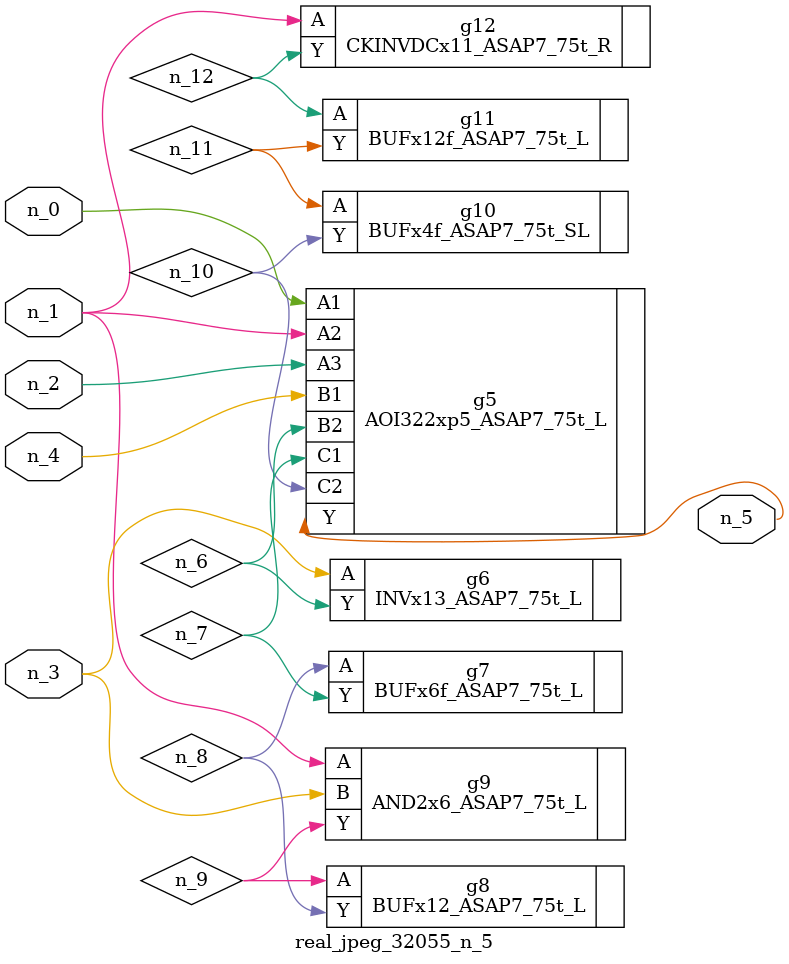
<source format=v>
module real_jpeg_32055_n_5 (n_4, n_0, n_1, n_2, n_3, n_5);

input n_4;
input n_0;
input n_1;
input n_2;
input n_3;

output n_5;

wire n_12;
wire n_8;
wire n_11;
wire n_6;
wire n_7;
wire n_10;
wire n_9;

AOI322xp5_ASAP7_75t_L g5 ( 
.A1(n_0),
.A2(n_1),
.A3(n_2),
.B1(n_4),
.B2(n_6),
.C1(n_7),
.C2(n_10),
.Y(n_5)
);

AND2x6_ASAP7_75t_L g9 ( 
.A(n_1),
.B(n_3),
.Y(n_9)
);

CKINVDCx11_ASAP7_75t_R g12 ( 
.A(n_1),
.Y(n_12)
);

INVx13_ASAP7_75t_L g6 ( 
.A(n_3),
.Y(n_6)
);

BUFx6f_ASAP7_75t_L g7 ( 
.A(n_8),
.Y(n_7)
);

BUFx12_ASAP7_75t_L g8 ( 
.A(n_9),
.Y(n_8)
);

BUFx4f_ASAP7_75t_SL g10 ( 
.A(n_11),
.Y(n_10)
);

BUFx12f_ASAP7_75t_L g11 ( 
.A(n_12),
.Y(n_11)
);


endmodule
</source>
